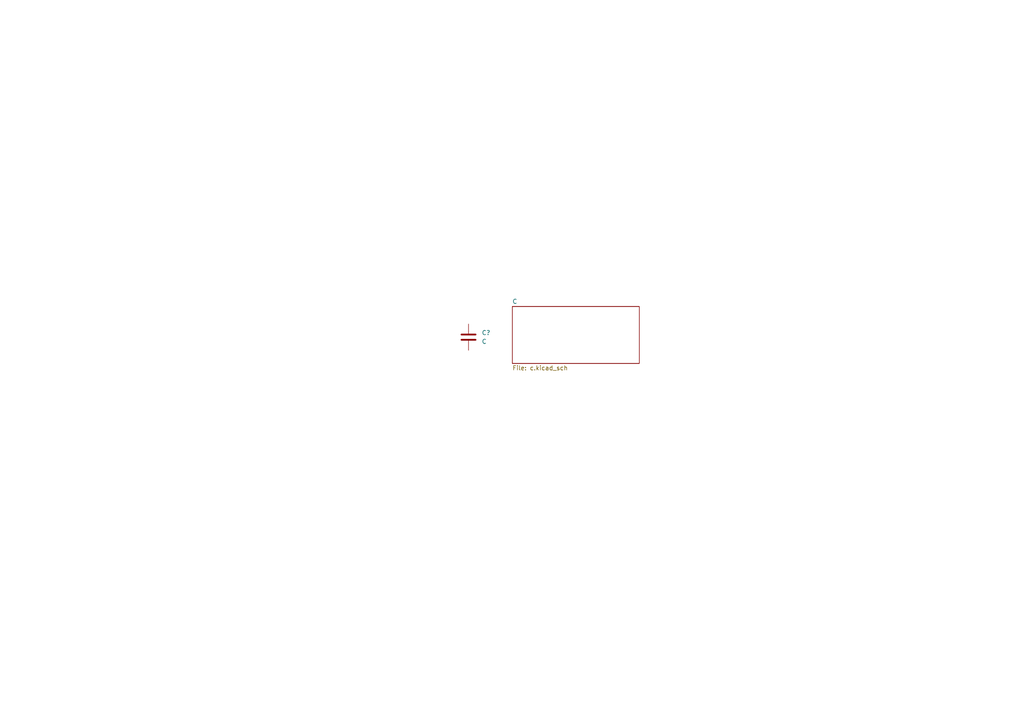
<source format=kicad_sch>
(kicad_sch (version 20211123) (generator eeschema)
  (paper "A4")
  (lib_symbols
    (symbol "Device:C" (pin_numbers hide) (pin_names (offset 0.254))
      (property "Reference" "C" (at 0.635 2.54 0))
      (property "Value" "C" (at 0.635 -2.54 0))
      (symbol "C_0_1"
        (polyline (pts (xy -2.032 -0.762) (xy 2.032 -0.762)) (stroke (width 0.508)))
        (polyline (pts (xy -2.032 0.762) (xy 2.032 0.762)) (stroke (width 0.508)))
      )
      (symbol "C_1_1"
        (pin passive line (at 0 3.81 270) (length 2.794) (name "~") (number "1"))
        (pin passive line (at 0 -3.81 90) (length 2.794) (name "~") (number "2"))
      )
    )
  )
  (symbol (lib_id "Device:C") (at 135.89 97.79 0) (unit 1)
    (property "Reference" "C?" (at 139.7 96.5199 0) (effects (justify left)))
    (property "Value" "C" (at 139.7 99.0599 0) (effects (justify left)))
  )
  (sheet (at 148.59 88.9) (size 36.83 16.51) (stroke (width 0.1524))
    (property "Sheet name" "C" (at 148.59 88.1884 0) (effects (justify left bottom)))
    (property "Sheet file" "c.kicad_sch" (at 148.59 105.9946 0) (effects (justify left top)))
  )
)
</source>
